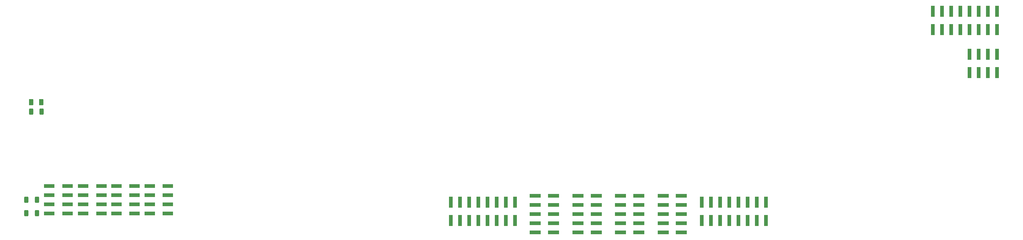
<source format=gbr>
%TF.GenerationSoftware,KiCad,Pcbnew,(6.0.11)*%
%TF.CreationDate,2023-05-25T03:36:55+07:00*%
%TF.ProjectId,RELAY_SHEILD_V2,52454c41-595f-4534-9845-494c445f5632,rev?*%
%TF.SameCoordinates,Original*%
%TF.FileFunction,Paste,Top*%
%TF.FilePolarity,Positive*%
%FSLAX46Y46*%
G04 Gerber Fmt 4.6, Leading zero omitted, Abs format (unit mm)*
G04 Created by KiCad (PCBNEW (6.0.11)) date 2023-05-25 03:36:55*
%MOMM*%
%LPD*%
G01*
G04 APERTURE LIST*
G04 Aperture macros list*
%AMRoundRect*
0 Rectangle with rounded corners*
0 $1 Rounding radius*
0 $2 $3 $4 $5 $6 $7 $8 $9 X,Y pos of 4 corners*
0 Add a 4 corners polygon primitive as box body*
4,1,4,$2,$3,$4,$5,$6,$7,$8,$9,$2,$3,0*
0 Add four circle primitives for the rounded corners*
1,1,$1+$1,$2,$3*
1,1,$1+$1,$4,$5*
1,1,$1+$1,$6,$7*
1,1,$1+$1,$8,$9*
0 Add four rect primitives between the rounded corners*
20,1,$1+$1,$2,$3,$4,$5,0*
20,1,$1+$1,$4,$5,$6,$7,0*
20,1,$1+$1,$6,$7,$8,$9,0*
20,1,$1+$1,$8,$9,$2,$3,0*%
G04 Aperture macros list end*
%ADD10R,3.150000X1.000000*%
%ADD11RoundRect,0.250000X0.312500X0.625000X-0.312500X0.625000X-0.312500X-0.625000X0.312500X-0.625000X0*%
%ADD12R,1.000000X3.150000*%
%ADD13R,3.000000X1.000000*%
%ADD14RoundRect,0.250000X-0.312500X-0.625000X0.312500X-0.625000X0.312500X0.625000X-0.312500X0.625000X0*%
%ADD15RoundRect,0.250000X0.375000X0.625000X-0.375000X0.625000X-0.375000X-0.625000X0.375000X-0.625000X0*%
G04 APERTURE END LIST*
D10*
%TO.C,J10*%
X218675000Y-75720000D03*
X223725000Y-75720000D03*
X218675000Y-78260000D03*
X223725000Y-78260000D03*
X218675000Y-80800000D03*
X223725000Y-80800000D03*
X218675000Y-83340000D03*
X223725000Y-83340000D03*
X218675000Y-85880000D03*
X223725000Y-85880000D03*
%TD*%
%TO.C,J8*%
X195075000Y-75720000D03*
X200125000Y-75720000D03*
X195075000Y-78260000D03*
X200125000Y-78260000D03*
X195075000Y-80800000D03*
X200125000Y-80800000D03*
X195075000Y-83340000D03*
X200125000Y-83340000D03*
X195075000Y-85880000D03*
X200125000Y-85880000D03*
%TD*%
D11*
%TO.C,R3*%
X46500000Y-52320000D03*
X43575000Y-52320000D03*
%TD*%
D12*
%TO.C,J16*%
X311130000Y-24500000D03*
X311130000Y-29550000D03*
X308590000Y-24500000D03*
X308590000Y-29550000D03*
X306050000Y-24500000D03*
X306050000Y-29550000D03*
X303510000Y-24500000D03*
X303510000Y-29550000D03*
X300970000Y-24500000D03*
X300970000Y-29550000D03*
X298430000Y-24500000D03*
X298430000Y-29550000D03*
X295890000Y-24500000D03*
X295890000Y-29550000D03*
X293350000Y-24500000D03*
X293350000Y-29550000D03*
%TD*%
D10*
%TO.C,J9*%
X206875000Y-75720000D03*
X211925000Y-75720000D03*
X206875000Y-78260000D03*
X211925000Y-78260000D03*
X206875000Y-80800000D03*
X211925000Y-80800000D03*
X206875000Y-83340000D03*
X211925000Y-83340000D03*
X206875000Y-85880000D03*
X211925000Y-85880000D03*
%TD*%
D12*
%TO.C,J11*%
X159860000Y-82525000D03*
X159860000Y-77475000D03*
X162400000Y-82525000D03*
X162400000Y-77475000D03*
X164940000Y-82525000D03*
X164940000Y-77475000D03*
X167480000Y-82525000D03*
X167480000Y-77475000D03*
X170020000Y-82525000D03*
X170020000Y-77475000D03*
X172560000Y-82525000D03*
X172560000Y-77475000D03*
X175100000Y-82525000D03*
X175100000Y-77475000D03*
X177640000Y-82525000D03*
X177640000Y-77475000D03*
%TD*%
D13*
%TO.C,J3*%
X53680000Y-72940000D03*
X48640000Y-72940000D03*
X53680000Y-75480000D03*
X48640000Y-75480000D03*
X53680000Y-78020000D03*
X48640000Y-78020000D03*
X53680000Y-80560000D03*
X48640000Y-80560000D03*
%TD*%
D12*
%TO.C,J12*%
X229410000Y-82525000D03*
X229410000Y-77475000D03*
X231950000Y-82525000D03*
X231950000Y-77475000D03*
X234490000Y-82525000D03*
X234490000Y-77475000D03*
X237030000Y-82525000D03*
X237030000Y-77475000D03*
X239570000Y-82525000D03*
X239570000Y-77475000D03*
X242110000Y-82525000D03*
X242110000Y-77475000D03*
X244650000Y-82525000D03*
X244650000Y-77475000D03*
X247190000Y-82525000D03*
X247190000Y-77475000D03*
%TD*%
D14*
%TO.C,R2*%
X42287500Y-80550000D03*
X45212500Y-80550000D03*
%TD*%
D15*
%TO.C,D1*%
X46437500Y-49720000D03*
X43637500Y-49720000D03*
%TD*%
D10*
%TO.C,J7*%
X183225000Y-75720000D03*
X188275000Y-75720000D03*
X183225000Y-78260000D03*
X188275000Y-78260000D03*
X183225000Y-80800000D03*
X188275000Y-80800000D03*
X183225000Y-83340000D03*
X188275000Y-83340000D03*
X183225000Y-85880000D03*
X188275000Y-85880000D03*
%TD*%
D13*
%TO.C,J2*%
X72270000Y-72940000D03*
X67230000Y-72940000D03*
X72270000Y-75480000D03*
X67230000Y-75480000D03*
X72270000Y-78020000D03*
X67230000Y-78020000D03*
X72270000Y-80560000D03*
X67230000Y-80560000D03*
%TD*%
%TO.C,J5*%
X63070000Y-72940000D03*
X58030000Y-72940000D03*
X63070000Y-75480000D03*
X58030000Y-75480000D03*
X63070000Y-78020000D03*
X58030000Y-78020000D03*
X63070000Y-80560000D03*
X58030000Y-80560000D03*
%TD*%
%TO.C,J4*%
X81470000Y-72940000D03*
X76430000Y-72940000D03*
X81470000Y-75480000D03*
X76430000Y-75480000D03*
X81470000Y-78020000D03*
X76430000Y-78020000D03*
X81470000Y-80560000D03*
X76430000Y-80560000D03*
%TD*%
D14*
%TO.C,R1*%
X42287500Y-76750000D03*
X45212500Y-76750000D03*
%TD*%
D12*
%TO.C,J14*%
X303540000Y-41475000D03*
X303540000Y-36425000D03*
X306080000Y-41475000D03*
X306080000Y-36425000D03*
X308620000Y-41475000D03*
X308620000Y-36425000D03*
X311160000Y-41475000D03*
X311160000Y-36425000D03*
%TD*%
M02*

</source>
